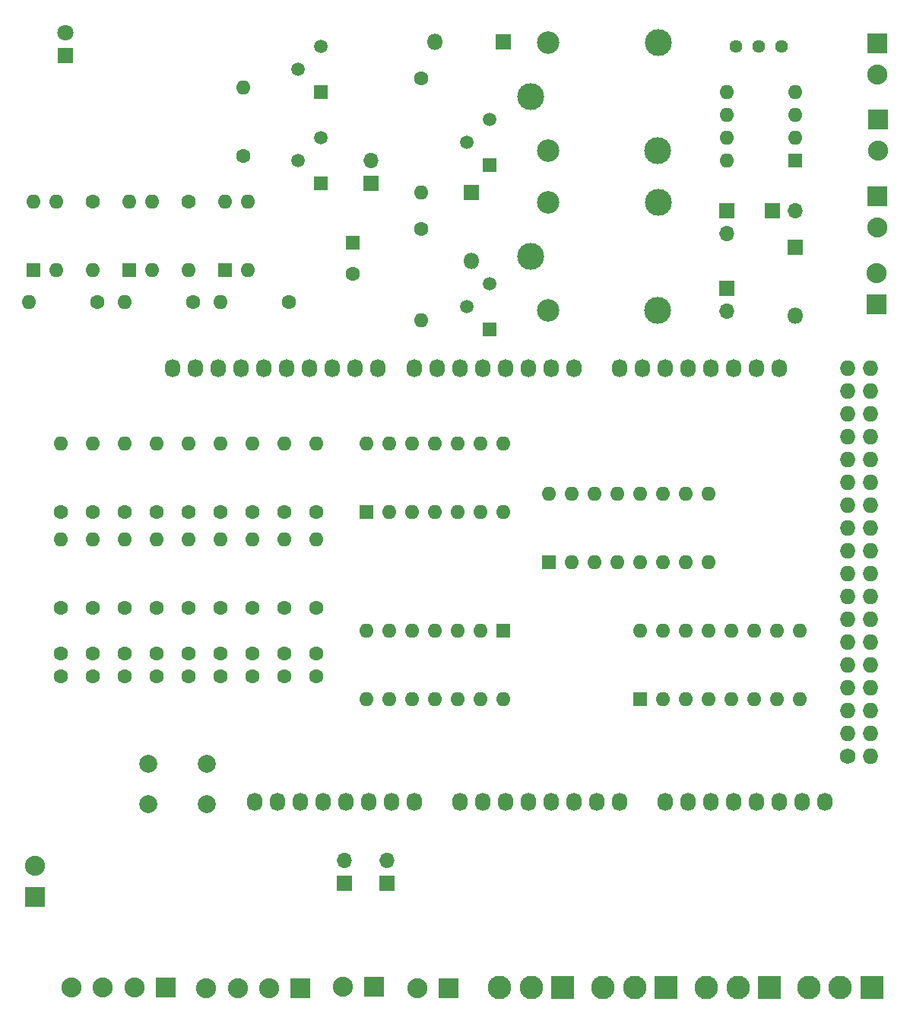
<source format=gbr>
G04 #@! TF.GenerationSoftware,KiCad,Pcbnew,(5.1.5)-3*
G04 #@! TF.CreationDate,2020-01-24T14:25:46-05:00*
G04 #@! TF.ProjectId,arduino_duo_shield,61726475-696e-46f5-9f64-756f5f736869,rev?*
G04 #@! TF.SameCoordinates,PX6258c20PY7445a00*
G04 #@! TF.FileFunction,Soldermask,Top*
G04 #@! TF.FilePolarity,Negative*
%FSLAX46Y46*%
G04 Gerber Fmt 4.6, Leading zero omitted, Abs format (unit mm)*
G04 Created by KiCad (PCBNEW (5.1.5)-3) date 2020-01-24 14:25:46*
%MOMM*%
%LPD*%
G04 APERTURE LIST*
%ADD10C,2.616200*%
%ADD11R,2.616200X2.616200*%
%ADD12C,2.235200*%
%ADD13R,2.235200X2.235200*%
%ADD14O,1.700000X1.700000*%
%ADD15R,1.700000X1.700000*%
%ADD16R,1.500000X1.500000*%
%ADD17C,1.500000*%
%ADD18O,1.600000X1.600000*%
%ADD19R,1.600000X1.600000*%
%ADD20C,1.800000*%
%ADD21R,1.800000X1.800000*%
%ADD22C,3.000000*%
%ADD23C,2.500000*%
%ADD24C,1.600000*%
%ADD25C,1.440000*%
%ADD26O,1.800000X1.800000*%
%ADD27C,2.000000*%
%ADD28C,1.727200*%
%ADD29O,1.727200X1.727200*%
%ADD30O,1.727200X2.032000*%
G04 APERTURE END LIST*
D10*
X89932300Y-17870000D03*
X93432420Y-17870000D03*
D11*
X96930000Y-17870000D03*
D10*
X78512300Y-17930000D03*
X82012420Y-17930000D03*
D11*
X85510000Y-17930000D03*
D10*
X67002300Y-17900000D03*
X70502420Y-17900000D03*
D11*
X74000000Y-17900000D03*
D10*
X55502300Y-17930000D03*
X59002420Y-17930000D03*
D11*
X62500000Y-17930000D03*
D12*
X38002420Y-17800000D03*
D13*
X41500000Y-17800000D03*
D12*
X97430000Y61627580D03*
D13*
X97430000Y58130000D03*
D12*
X3700000Y-4302420D03*
D13*
X3700000Y-7800000D03*
D12*
X97625000Y75242420D03*
D13*
X97625000Y78740000D03*
D12*
X97575000Y83702420D03*
D13*
X97575000Y87200000D03*
D12*
X97525000Y66677420D03*
D13*
X97525000Y70175000D03*
D12*
X46302420Y-18000000D03*
D13*
X49800000Y-18000000D03*
D12*
X22802180Y-18000000D03*
X26302300Y-18000000D03*
X29802420Y-18000000D03*
D13*
X33300000Y-18000000D03*
D12*
X7802180Y-17900000D03*
X11302300Y-17900000D03*
X14802420Y-17900000D03*
D13*
X18300000Y-17900000D03*
D14*
X42948000Y-3744000D03*
D15*
X42948000Y-6284000D03*
D14*
X38168000Y-3744000D03*
D15*
X38168000Y-6284000D03*
D14*
X88392000Y68580000D03*
D15*
X85852000Y68580000D03*
D16*
X54356000Y55372000D03*
D17*
X54356000Y60452000D03*
X51816000Y57912000D03*
D16*
X54356000Y73660000D03*
D17*
X54356000Y78740000D03*
X51816000Y76200000D03*
D16*
X35560000Y81788000D03*
D17*
X35560000Y86868000D03*
X33020000Y84328000D03*
D16*
X35560000Y71628000D03*
D17*
X35560000Y76708000D03*
X33020000Y74168000D03*
D14*
X41148000Y74168000D03*
D15*
X41148000Y71628000D03*
D18*
X80772000Y74168000D03*
X88392000Y81788000D03*
X80772000Y76708000D03*
X88392000Y79248000D03*
X80772000Y79248000D03*
X88392000Y76708000D03*
X80772000Y81788000D03*
D19*
X88392000Y74168000D03*
D20*
X7112000Y88392000D03*
D21*
X7112000Y85852000D03*
D22*
X58928000Y63500000D03*
D23*
X60878000Y69450000D03*
D22*
X73128000Y69500000D03*
X73078000Y57450000D03*
D23*
X60878000Y57450000D03*
D24*
X39116000Y61524000D03*
D19*
X39116000Y65024000D03*
D18*
X14224000Y69596000D03*
X16764000Y61976000D03*
X16764000Y69596000D03*
D19*
X14224000Y61976000D03*
D18*
X3556000Y69596000D03*
X6096000Y61976000D03*
X6096000Y69596000D03*
D19*
X3556000Y61976000D03*
D18*
X24892000Y69596000D03*
X27432000Y61976000D03*
X27432000Y69596000D03*
D19*
X24892000Y61976000D03*
D25*
X86868000Y86868000D03*
X84328000Y86868000D03*
X81788000Y86868000D03*
D18*
X27940000Y32004000D03*
D24*
X27940000Y24384000D03*
D18*
X27940000Y42672000D03*
D24*
X27940000Y35052000D03*
D18*
X31496000Y32004000D03*
D24*
X31496000Y24384000D03*
D18*
X31496000Y42672000D03*
D24*
X31496000Y35052000D03*
D18*
X20828000Y61976000D03*
D24*
X20828000Y69596000D03*
D18*
X10160000Y61976000D03*
D24*
X10160000Y69596000D03*
D18*
X13716000Y58420000D03*
D24*
X21336000Y58420000D03*
D18*
X46736000Y70612000D03*
D24*
X46736000Y83312000D03*
D18*
X3048000Y58420000D03*
D24*
X10668000Y58420000D03*
D18*
X26924000Y82296000D03*
D24*
X26924000Y74676000D03*
D18*
X35052000Y32004000D03*
D24*
X35052000Y24384000D03*
D18*
X35052000Y42672000D03*
D24*
X35052000Y35052000D03*
D18*
X24384000Y58420000D03*
D24*
X32004000Y58420000D03*
D18*
X6604000Y32004000D03*
D24*
X6604000Y24384000D03*
D18*
X6604000Y42672000D03*
D24*
X6604000Y35052000D03*
D18*
X10160000Y32004000D03*
D24*
X10160000Y24384000D03*
D18*
X10160000Y42672000D03*
D24*
X10160000Y35052000D03*
D18*
X13716000Y32004000D03*
D24*
X13716000Y24384000D03*
D18*
X13716000Y42672000D03*
D24*
X13716000Y35052000D03*
D18*
X17272000Y32004000D03*
D24*
X17272000Y24384000D03*
D18*
X17272000Y42672000D03*
D24*
X17272000Y35052000D03*
D18*
X20828000Y32004000D03*
D24*
X20828000Y24384000D03*
D18*
X20828000Y42672000D03*
D24*
X20828000Y35052000D03*
D18*
X24384000Y32004000D03*
D24*
X24384000Y24384000D03*
D18*
X24384000Y42672000D03*
D24*
X24384000Y35052000D03*
D18*
X46736000Y56388000D03*
D24*
X46736000Y66548000D03*
D22*
X58928000Y81280000D03*
D23*
X60878000Y87230000D03*
D22*
X73128000Y87280000D03*
X73078000Y75230000D03*
D23*
X60878000Y75230000D03*
D14*
X80772000Y66040000D03*
D15*
X80772000Y68580000D03*
D14*
X80772000Y57404000D03*
D15*
X80772000Y59944000D03*
D26*
X88392000Y56896000D03*
D21*
X88392000Y64516000D03*
X52324000Y70612000D03*
D26*
X52324000Y62992000D03*
D21*
X55880000Y87376000D03*
D26*
X48260000Y87376000D03*
D24*
X27940000Y19264000D03*
X27940000Y16764000D03*
X31496000Y19264000D03*
X31496000Y16764000D03*
X35052000Y19264000D03*
X35052000Y16764000D03*
X6604000Y19264000D03*
X6604000Y16764000D03*
X10160000Y19264000D03*
X10160000Y16764000D03*
X13716000Y19264000D03*
X13716000Y16764000D03*
X17272000Y19264000D03*
X17272000Y16764000D03*
X20828000Y19264000D03*
X20828000Y16764000D03*
X24384000Y19264000D03*
X24384000Y16764000D03*
D27*
X16360000Y2540000D03*
X16360000Y7040000D03*
X22860000Y2540000D03*
X22860000Y7040000D03*
D18*
X60960000Y37084000D03*
X78740000Y29464000D03*
X63500000Y37084000D03*
X76200000Y29464000D03*
X66040000Y37084000D03*
X73660000Y29464000D03*
X68580000Y37084000D03*
X71120000Y29464000D03*
X71120000Y37084000D03*
X68580000Y29464000D03*
X73660000Y37084000D03*
X66040000Y29464000D03*
X76200000Y37084000D03*
X63500000Y29464000D03*
X78740000Y37084000D03*
D19*
X60960000Y29464000D03*
D18*
X71120000Y21844000D03*
X88900000Y14224000D03*
X73660000Y21844000D03*
X86360000Y14224000D03*
X76200000Y21844000D03*
X83820000Y14224000D03*
X78740000Y21844000D03*
X81280000Y14224000D03*
X81280000Y21844000D03*
X78740000Y14224000D03*
X83820000Y21844000D03*
X76200000Y14224000D03*
X86360000Y21844000D03*
X73660000Y14224000D03*
X88900000Y21844000D03*
D19*
X71120000Y14224000D03*
D18*
X40640000Y42672000D03*
X55880000Y35052000D03*
X43180000Y42672000D03*
X53340000Y35052000D03*
X45720000Y42672000D03*
X50800000Y35052000D03*
X48260000Y42672000D03*
X48260000Y35052000D03*
X50800000Y42672000D03*
X45720000Y35052000D03*
X53340000Y42672000D03*
X43180000Y35052000D03*
X55880000Y42672000D03*
D19*
X40640000Y35052000D03*
D18*
X55880000Y14224000D03*
X40640000Y21844000D03*
X53340000Y14224000D03*
X43180000Y21844000D03*
X50800000Y14224000D03*
X45720000Y21844000D03*
X48260000Y14224000D03*
X48260000Y21844000D03*
X45720000Y14224000D03*
X50800000Y21844000D03*
X43180000Y14224000D03*
X53340000Y21844000D03*
X40640000Y14224000D03*
D19*
X55880000Y21844000D03*
D28*
X94234000Y7874000D03*
D29*
X96774000Y7874000D03*
X94234000Y10414000D03*
X96774000Y10414000D03*
X94234000Y12954000D03*
X96774000Y12954000D03*
X94234000Y15494000D03*
X96774000Y15494000D03*
X94234000Y18034000D03*
X96774000Y18034000D03*
X94234000Y20574000D03*
X96774000Y20574000D03*
X94234000Y23114000D03*
X96774000Y23114000D03*
X94234000Y25654000D03*
X96774000Y25654000D03*
X94234000Y28194000D03*
X96774000Y28194000D03*
X94234000Y30734000D03*
X96774000Y30734000D03*
X94234000Y33274000D03*
X96774000Y33274000D03*
X94234000Y35814000D03*
X96774000Y35814000D03*
X94234000Y38354000D03*
X96774000Y38354000D03*
X94234000Y40894000D03*
X96774000Y40894000D03*
X94234000Y43434000D03*
X96774000Y43434000D03*
X94234000Y45974000D03*
X96774000Y45974000D03*
X94234000Y48514000D03*
X96774000Y48514000D03*
X94234000Y51054000D03*
X96774000Y51054000D03*
D30*
X28194000Y2794000D03*
X30734000Y2794000D03*
X33274000Y2794000D03*
X35814000Y2794000D03*
X38354000Y2794000D03*
X40894000Y2794000D03*
X43434000Y2794000D03*
X45974000Y2794000D03*
X51054000Y2794000D03*
X53594000Y2794000D03*
X56134000Y2794000D03*
X58674000Y2794000D03*
X61214000Y2794000D03*
X63754000Y2794000D03*
X66294000Y2794000D03*
X68834000Y2794000D03*
X73914000Y2794000D03*
X76454000Y2794000D03*
X78994000Y2794000D03*
X81534000Y2794000D03*
X84074000Y2794000D03*
X86614000Y2794000D03*
X89154000Y2794000D03*
X91694000Y2794000D03*
X19050000Y51054000D03*
X21590000Y51054000D03*
X24130000Y51054000D03*
X26670000Y51054000D03*
X29210000Y51054000D03*
X31750000Y51054000D03*
X34290000Y51054000D03*
X36830000Y51054000D03*
X39370000Y51054000D03*
X41910000Y51054000D03*
X45974000Y51054000D03*
X48514000Y51054000D03*
X51054000Y51054000D03*
X53594000Y51054000D03*
X56134000Y51054000D03*
X58674000Y51054000D03*
X61214000Y51054000D03*
X63754000Y51054000D03*
X68834000Y51054000D03*
X71374000Y51054000D03*
X73914000Y51054000D03*
X76454000Y51054000D03*
X78994000Y51054000D03*
X81534000Y51054000D03*
X84074000Y51054000D03*
X86614000Y51054000D03*
M02*

</source>
